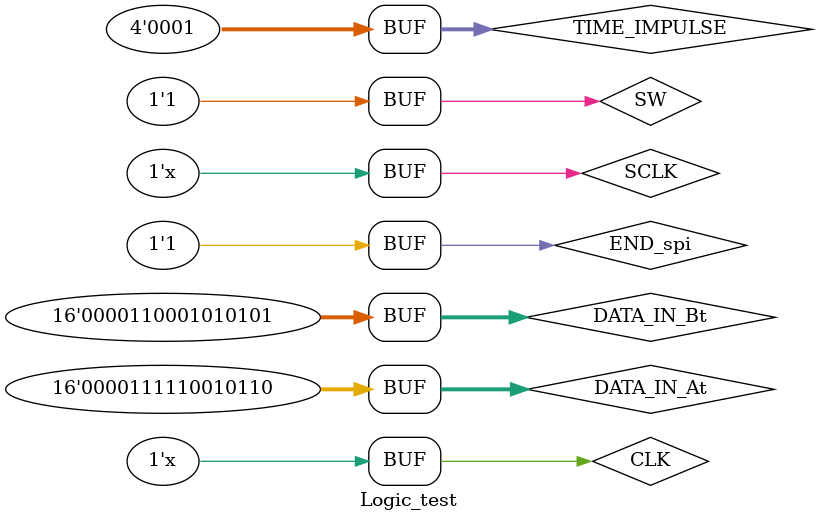
<source format=sv>
`timescale 1ns / 1ps
module Logic_test();

reg SCLK = 0;
reg CLK = 0;
reg SW = 0;
reg [3 : 0] TIME_IMPULSE = 0;
reg END_spi;
reg [15 : 0] DATA_IN_At;
reg [15 : 0] DATA_IN_Bt;;

wire LDAC;
wire START_SPI;
wire CS;
wire [15 : 0] DATA_OUT;

Logic Logic_test(
.CLK(CLK),    
.SCLK(SCLK),
.SW(SW),
.TIME_IMPULSE(TIME_IMPULSE),
.END_spi(END_spi),
.DATA_IN_At(DATA_IN_At),
.DATA_IN_Bt(DATA_IN_At),

.LDAC(LDAC),
.START_SPI(START_SPI),
.CS(CS),
.DATA_OUT(DATA_OUT)
);

always#5 CLK = !CLK;
always#10 SCLK = !SCLK;
initial begin
    SW = 0;
    DATA_IN_At = 16'b11_11_1001_0110;
    DATA_IN_Bt = 16'b11_00_0101_0101;
    TIME_IMPULSE = 0;
    END_spi = 1;

    #100
    SW = 1;
    TIME_IMPULSE = 1'b1;
    
end
endmodule
</source>
